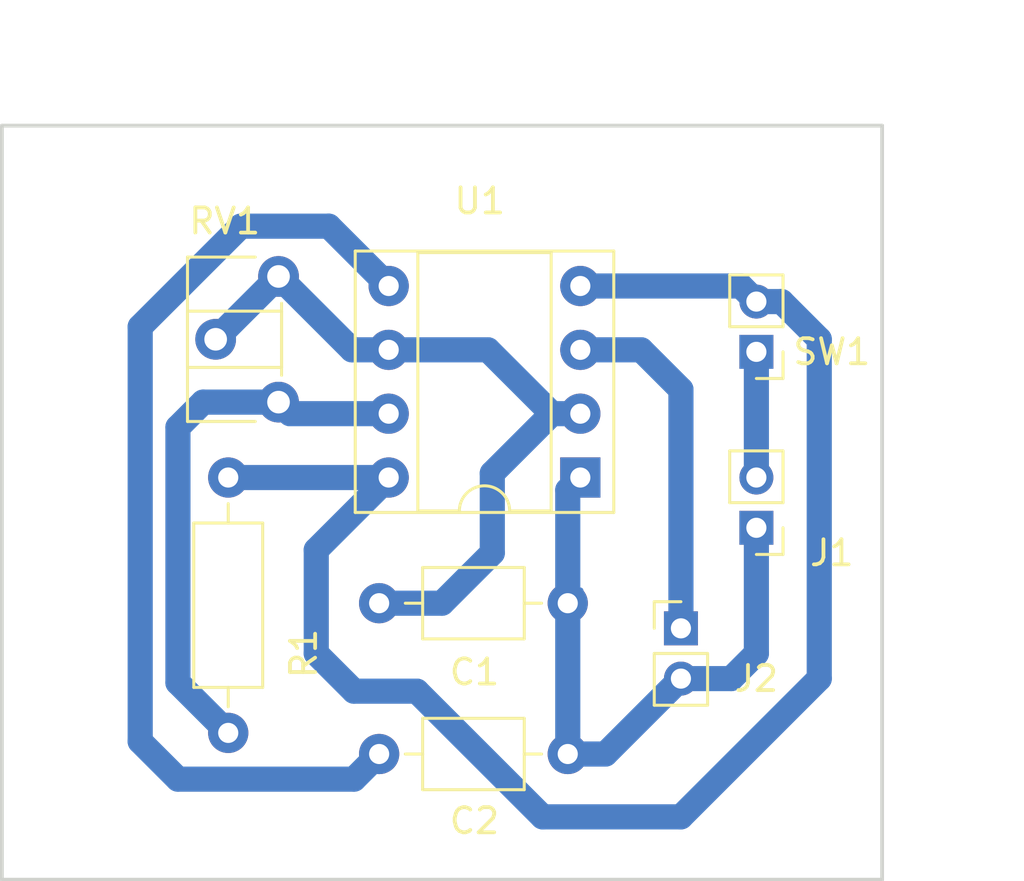
<source format=kicad_pcb>
(kicad_pcb (version 20171130) (host pcbnew "(5.1.10)-1")

  (general
    (thickness 1.6)
    (drawings 6)
    (tracks 49)
    (zones 0)
    (modules 8)
    (nets 8)
  )

  (page A4)
  (title_block
    (title "Inyector de audio")
    (date 2021-06-23)
    (rev 4.0)
    (company "Electronica Reciclada")
  )

  (layers
    (0 F.Cu signal)
    (31 B.Cu signal)
    (32 B.Adhes user hide)
    (33 F.Adhes user hide)
    (34 B.Paste user hide)
    (35 F.Paste user hide)
    (36 B.SilkS user hide)
    (37 F.SilkS user)
    (38 B.Mask user hide)
    (39 F.Mask user hide)
    (40 Dwgs.User user hide)
    (41 Cmts.User user hide)
    (42 Eco1.User user hide)
    (43 Eco2.User user hide)
    (44 Edge.Cuts user)
    (45 Margin user)
    (46 B.CrtYd user hide)
    (47 F.CrtYd user)
    (48 B.Fab user hide)
    (49 F.Fab user hide)
  )

  (setup
    (last_trace_width 1)
    (user_trace_width 0.5)
    (user_trace_width 1)
    (user_trace_width 1.2)
    (user_trace_width 1.5)
    (user_trace_width 2)
    (trace_clearance 0.2)
    (zone_clearance 0.508)
    (zone_45_only no)
    (trace_min 0.2)
    (via_size 0.8)
    (via_drill 0.4)
    (via_min_size 0.4)
    (via_min_drill 0.3)
    (uvia_size 0.3)
    (uvia_drill 0.1)
    (uvias_allowed no)
    (uvia_min_size 0.2)
    (uvia_min_drill 0.1)
    (edge_width 0.15)
    (segment_width 0.2)
    (pcb_text_width 0.3)
    (pcb_text_size 1.5 1.5)
    (mod_edge_width 0.15)
    (mod_text_size 1 1)
    (mod_text_width 0.15)
    (pad_size 1.524 1.524)
    (pad_drill 0.762)
    (pad_to_mask_clearance 0.051)
    (solder_mask_min_width 0.25)
    (aux_axis_origin 0 0)
    (visible_elements 7FFFFFFF)
    (pcbplotparams
      (layerselection 0x3f030_fffffffe)
      (usegerberextensions false)
      (usegerberattributes false)
      (usegerberadvancedattributes false)
      (creategerberjobfile false)
      (excludeedgelayer false)
      (linewidth 0.100000)
      (plotframeref false)
      (viasonmask false)
      (mode 1)
      (useauxorigin false)
      (hpglpennumber 1)
      (hpglpenspeed 20)
      (hpglpendiameter 15.000000)
      (psnegative false)
      (psa4output false)
      (plotreference false)
      (plotvalue false)
      (plotinvisibletext false)
      (padsonsilk true)
      (subtractmaskfromsilk false)
      (outputformat 1)
      (mirror false)
      (drillshape 0)
      (scaleselection 1)
      (outputdirectory ""))
  )

  (net 0 "")
  (net 1 "Net-(C1-Pad1)")
  (net 2 GND)
  (net 3 "Net-(C2-Pad1)")
  (net 4 +9V)
  (net 5 "Net-(J2-Pad1)")
  (net 6 "Net-(R1-Pad2)")
  (net 7 "Net-(J1-Pad2)")

  (net_class Default "Esta es la clase de red por defecto."
    (clearance 0.2)
    (trace_width 0.25)
    (via_dia 0.8)
    (via_drill 0.4)
    (uvia_dia 0.3)
    (uvia_drill 0.1)
    (add_net +9V)
    (add_net GND)
    (add_net "Net-(C1-Pad1)")
    (add_net "Net-(C2-Pad1)")
    (add_net "Net-(J1-Pad2)")
    (add_net "Net-(J2-Pad1)")
    (add_net "Net-(R1-Pad2)")
  )

  (module Package_DIP:DIP-8_W7.62mm_Socket (layer F.Cu) (tedit 5A02E8C5) (tstamp 60D25422)
    (at 108 85 180)
    (descr "8-lead though-hole mounted DIP package, row spacing 7.62 mm (300 mils), Socket")
    (tags "THT DIP DIL PDIP 2.54mm 7.62mm 300mil Socket")
    (path /5F3C1813)
    (fp_text reference U1 (at 4 11 180) (layer F.SilkS)
      (effects (font (size 1 1) (thickness 0.15)))
    )
    (fp_text value NE555 (at 3.81 9.95 180) (layer F.Fab)
      (effects (font (size 1 1) (thickness 0.15)))
    )
    (fp_line (start 1.635 -1.27) (end 6.985 -1.27) (layer F.Fab) (width 0.1))
    (fp_line (start 6.985 -1.27) (end 6.985 8.89) (layer F.Fab) (width 0.1))
    (fp_line (start 6.985 8.89) (end 0.635 8.89) (layer F.Fab) (width 0.1))
    (fp_line (start 0.635 8.89) (end 0.635 -0.27) (layer F.Fab) (width 0.1))
    (fp_line (start 0.635 -0.27) (end 1.635 -1.27) (layer F.Fab) (width 0.1))
    (fp_line (start -1.27 -1.33) (end -1.27 8.95) (layer F.Fab) (width 0.1))
    (fp_line (start -1.27 8.95) (end 8.89 8.95) (layer F.Fab) (width 0.1))
    (fp_line (start 8.89 8.95) (end 8.89 -1.33) (layer F.Fab) (width 0.1))
    (fp_line (start 8.89 -1.33) (end -1.27 -1.33) (layer F.Fab) (width 0.1))
    (fp_line (start 2.81 -1.33) (end 1.16 -1.33) (layer F.SilkS) (width 0.12))
    (fp_line (start 1.16 -1.33) (end 1.16 8.95) (layer F.SilkS) (width 0.12))
    (fp_line (start 1.16 8.95) (end 6.46 8.95) (layer F.SilkS) (width 0.12))
    (fp_line (start 6.46 8.95) (end 6.46 -1.33) (layer F.SilkS) (width 0.12))
    (fp_line (start 6.46 -1.33) (end 4.81 -1.33) (layer F.SilkS) (width 0.12))
    (fp_line (start -1.33 -1.39) (end -1.33 9.01) (layer F.SilkS) (width 0.12))
    (fp_line (start -1.33 9.01) (end 8.95 9.01) (layer F.SilkS) (width 0.12))
    (fp_line (start 8.95 9.01) (end 8.95 -1.39) (layer F.SilkS) (width 0.12))
    (fp_line (start 8.95 -1.39) (end -1.33 -1.39) (layer F.SilkS) (width 0.12))
    (fp_line (start -1.55 -1.6) (end -1.55 9.2) (layer F.CrtYd) (width 0.05))
    (fp_line (start -1.55 9.2) (end 9.15 9.2) (layer F.CrtYd) (width 0.05))
    (fp_line (start 9.15 9.2) (end 9.15 -1.6) (layer F.CrtYd) (width 0.05))
    (fp_line (start 9.15 -1.6) (end -1.55 -1.6) (layer F.CrtYd) (width 0.05))
    (fp_arc (start 3.81 -1.33) (end 2.81 -1.33) (angle -180) (layer F.SilkS) (width 0.12))
    (fp_text user %R (at 3.81 3.81 180) (layer F.Fab)
      (effects (font (size 1 1) (thickness 0.15)))
    )
    (pad 1 thru_hole rect (at 0 0 180) (size 1.6 1.6) (drill 0.8) (layers *.Cu *.Mask)
      (net 2 GND))
    (pad 5 thru_hole oval (at 7.62 7.62 180) (size 1.6 1.6) (drill 0.8) (layers *.Cu *.Mask)
      (net 3 "Net-(C2-Pad1)"))
    (pad 2 thru_hole oval (at 0 2.54 180) (size 1.6 1.6) (drill 0.8) (layers *.Cu *.Mask)
      (net 1 "Net-(C1-Pad1)"))
    (pad 6 thru_hole oval (at 7.62 5.08 180) (size 1.6 1.6) (drill 0.8) (layers *.Cu *.Mask)
      (net 1 "Net-(C1-Pad1)"))
    (pad 3 thru_hole oval (at 0 5.08 180) (size 1.6 1.6) (drill 0.8) (layers *.Cu *.Mask)
      (net 5 "Net-(J2-Pad1)"))
    (pad 7 thru_hole oval (at 7.62 2.54 180) (size 1.6 1.6) (drill 0.8) (layers *.Cu *.Mask)
      (net 6 "Net-(R1-Pad2)"))
    (pad 4 thru_hole oval (at 0 7.62 180) (size 1.6 1.6) (drill 0.8) (layers *.Cu *.Mask)
      (net 4 +9V))
    (pad 8 thru_hole oval (at 7.62 0 180) (size 1.6 1.6) (drill 0.8) (layers *.Cu *.Mask)
      (net 4 +9V))
    (model ${KISYS3DMOD}/Package_DIP.3dshapes/DIP-8_W7.62mm_Socket.wrl
      (at (xyz 0 0 0))
      (scale (xyz 1 1 1))
      (rotate (xyz 0 0 0))
    )
  )

  (module Capacitor_THT:C_Axial_L3.8mm_D2.6mm_P7.50mm_Horizontal (layer F.Cu) (tedit 5AE50EF0) (tstamp 5F48B4CB)
    (at 100 90)
    (descr "C, Axial series, Axial, Horizontal, pin pitch=7.5mm, , length*diameter=3.8*2.6mm^2, http://www.vishay.com/docs/45231/arseries.pdf")
    (tags "C Axial series Axial Horizontal pin pitch 7.5mm  length 3.8mm diameter 2.6mm")
    (path /5F3C19C3)
    (fp_text reference C1 (at 3.79 2.74 180) (layer F.SilkS)
      (effects (font (size 1 1) (thickness 0.15)))
    )
    (fp_text value 10n (at 3.75 2.42 180) (layer F.Fab)
      (effects (font (size 1 1) (thickness 0.15)))
    )
    (fp_line (start 1.85 -1.3) (end 1.85 1.3) (layer F.Fab) (width 0.1))
    (fp_line (start 1.85 1.3) (end 5.65 1.3) (layer F.Fab) (width 0.1))
    (fp_line (start 5.65 1.3) (end 5.65 -1.3) (layer F.Fab) (width 0.1))
    (fp_line (start 5.65 -1.3) (end 1.85 -1.3) (layer F.Fab) (width 0.1))
    (fp_line (start 0 0) (end 1.85 0) (layer F.Fab) (width 0.1))
    (fp_line (start 7.5 0) (end 5.65 0) (layer F.Fab) (width 0.1))
    (fp_line (start 1.73 -1.42) (end 1.73 1.42) (layer F.SilkS) (width 0.12))
    (fp_line (start 1.73 1.42) (end 5.77 1.42) (layer F.SilkS) (width 0.12))
    (fp_line (start 5.77 1.42) (end 5.77 -1.42) (layer F.SilkS) (width 0.12))
    (fp_line (start 5.77 -1.42) (end 1.73 -1.42) (layer F.SilkS) (width 0.12))
    (fp_line (start 1.04 0) (end 1.73 0) (layer F.SilkS) (width 0.12))
    (fp_line (start 6.46 0) (end 5.77 0) (layer F.SilkS) (width 0.12))
    (fp_line (start -1.05 -1.55) (end -1.05 1.55) (layer F.CrtYd) (width 0.05))
    (fp_line (start -1.05 1.55) (end 8.55 1.55) (layer F.CrtYd) (width 0.05))
    (fp_line (start 8.55 1.55) (end 8.55 -1.55) (layer F.CrtYd) (width 0.05))
    (fp_line (start 8.55 -1.55) (end -1.05 -1.55) (layer F.CrtYd) (width 0.05))
    (fp_text user %R (at 3.75 0 270) (layer F.Fab)
      (effects (font (size 0.76 0.76) (thickness 0.114)))
    )
    (pad 1 thru_hole circle (at 0 0) (size 1.6 1.6) (drill 0.8) (layers *.Cu *.Mask)
      (net 1 "Net-(C1-Pad1)"))
    (pad 2 thru_hole oval (at 7.5 0) (size 1.6 1.6) (drill 0.8) (layers *.Cu *.Mask)
      (net 2 GND))
    (model ${KISYS3DMOD}/Capacitor_THT.3dshapes/C_Axial_L3.8mm_D2.6mm_P7.50mm_Horizontal.wrl
      (at (xyz 0 0 0))
      (scale (xyz 1 1 1))
      (rotate (xyz 0 0 0))
    )
  )

  (module Capacitor_THT:C_Axial_L3.8mm_D2.6mm_P7.50mm_Horizontal (layer F.Cu) (tedit 5AE50EF0) (tstamp 5F48B4E2)
    (at 100 96)
    (descr "C, Axial series, Axial, Horizontal, pin pitch=7.5mm, , length*diameter=3.8*2.6mm^2, http://www.vishay.com/docs/45231/arseries.pdf")
    (tags "C Axial series Axial Horizontal pin pitch 7.5mm  length 3.8mm diameter 2.6mm")
    (path /5F3C1A3E)
    (fp_text reference C2 (at 3.79 2.66 180) (layer F.SilkS)
      (effects (font (size 1 1) (thickness 0.15)))
    )
    (fp_text value 10n (at 3.75 2.42 180) (layer F.Fab)
      (effects (font (size 1 1) (thickness 0.15)))
    )
    (fp_line (start 8.55 -1.55) (end -1.05 -1.55) (layer F.CrtYd) (width 0.05))
    (fp_line (start 8.55 1.55) (end 8.55 -1.55) (layer F.CrtYd) (width 0.05))
    (fp_line (start -1.05 1.55) (end 8.55 1.55) (layer F.CrtYd) (width 0.05))
    (fp_line (start -1.05 -1.55) (end -1.05 1.55) (layer F.CrtYd) (width 0.05))
    (fp_line (start 6.46 0) (end 5.77 0) (layer F.SilkS) (width 0.12))
    (fp_line (start 1.04 0) (end 1.73 0) (layer F.SilkS) (width 0.12))
    (fp_line (start 5.77 -1.42) (end 1.73 -1.42) (layer F.SilkS) (width 0.12))
    (fp_line (start 5.77 1.42) (end 5.77 -1.42) (layer F.SilkS) (width 0.12))
    (fp_line (start 1.73 1.42) (end 5.77 1.42) (layer F.SilkS) (width 0.12))
    (fp_line (start 1.73 -1.42) (end 1.73 1.42) (layer F.SilkS) (width 0.12))
    (fp_line (start 7.5 0) (end 5.65 0) (layer F.Fab) (width 0.1))
    (fp_line (start 0 0) (end 1.85 0) (layer F.Fab) (width 0.1))
    (fp_line (start 5.65 -1.3) (end 1.85 -1.3) (layer F.Fab) (width 0.1))
    (fp_line (start 5.65 1.3) (end 5.65 -1.3) (layer F.Fab) (width 0.1))
    (fp_line (start 1.85 1.3) (end 5.65 1.3) (layer F.Fab) (width 0.1))
    (fp_line (start 1.85 -1.3) (end 1.85 1.3) (layer F.Fab) (width 0.1))
    (fp_text user %R (at 3.75 0 180) (layer F.Fab)
      (effects (font (size 0.76 0.76) (thickness 0.114)))
    )
    (pad 2 thru_hole oval (at 7.5 0) (size 1.6 1.6) (drill 0.8) (layers *.Cu *.Mask)
      (net 2 GND))
    (pad 1 thru_hole circle (at 0 0) (size 1.6 1.6) (drill 0.8) (layers *.Cu *.Mask)
      (net 3 "Net-(C2-Pad1)"))
    (model ${KISYS3DMOD}/Capacitor_THT.3dshapes/C_Axial_L3.8mm_D2.6mm_P7.50mm_Horizontal.wrl
      (at (xyz 0 0 0))
      (scale (xyz 1 1 1))
      (rotate (xyz 0 0 0))
    )
  )

  (module Resistor_THT:R_Axial_DIN0207_L6.3mm_D2.5mm_P10.16mm_Horizontal (layer F.Cu) (tedit 5AE5139B) (tstamp 5F48B5C7)
    (at 94 85 270)
    (descr "Resistor, Axial_DIN0207 series, Axial, Horizontal, pin pitch=10.16mm, 0.25W = 1/4W, length*diameter=6.3*2.5mm^2, http://cdn-reichelt.de/documents/datenblatt/B400/1_4W%23YAG.pdf")
    (tags "Resistor Axial_DIN0207 series Axial Horizontal pin pitch 10.16mm 0.25W = 1/4W length 6.3mm diameter 2.5mm")
    (path /5F3C18B4)
    (fp_text reference R1 (at 7 -3 90) (layer F.SilkS)
      (effects (font (size 1 1) (thickness 0.15)))
    )
    (fp_text value 1k (at 5.08 2.37 90) (layer F.Fab)
      (effects (font (size 1 1) (thickness 0.15)))
    )
    (fp_line (start 1.93 -1.25) (end 1.93 1.25) (layer F.Fab) (width 0.1))
    (fp_line (start 1.93 1.25) (end 8.23 1.25) (layer F.Fab) (width 0.1))
    (fp_line (start 8.23 1.25) (end 8.23 -1.25) (layer F.Fab) (width 0.1))
    (fp_line (start 8.23 -1.25) (end 1.93 -1.25) (layer F.Fab) (width 0.1))
    (fp_line (start 0 0) (end 1.93 0) (layer F.Fab) (width 0.1))
    (fp_line (start 10.16 0) (end 8.23 0) (layer F.Fab) (width 0.1))
    (fp_line (start 1.81 -1.37) (end 1.81 1.37) (layer F.SilkS) (width 0.12))
    (fp_line (start 1.81 1.37) (end 8.35 1.37) (layer F.SilkS) (width 0.12))
    (fp_line (start 8.35 1.37) (end 8.35 -1.37) (layer F.SilkS) (width 0.12))
    (fp_line (start 8.35 -1.37) (end 1.81 -1.37) (layer F.SilkS) (width 0.12))
    (fp_line (start 1.04 0) (end 1.81 0) (layer F.SilkS) (width 0.12))
    (fp_line (start 9.12 0) (end 8.35 0) (layer F.SilkS) (width 0.12))
    (fp_line (start -1.05 -1.5) (end -1.05 1.5) (layer F.CrtYd) (width 0.05))
    (fp_line (start -1.05 1.5) (end 11.21 1.5) (layer F.CrtYd) (width 0.05))
    (fp_line (start 11.21 1.5) (end 11.21 -1.5) (layer F.CrtYd) (width 0.05))
    (fp_line (start 11.21 -1.5) (end -1.05 -1.5) (layer F.CrtYd) (width 0.05))
    (fp_text user %R (at 5.08 0 180) (layer F.Fab)
      (effects (font (size 1 1) (thickness 0.15)))
    )
    (pad 1 thru_hole circle (at 0 0 270) (size 1.6 1.6) (drill 0.8) (layers *.Cu *.Mask)
      (net 4 +9V))
    (pad 2 thru_hole oval (at 10.16 0 270) (size 1.6 1.6) (drill 0.8) (layers *.Cu *.Mask)
      (net 6 "Net-(R1-Pad2)"))
    (model ${KISYS3DMOD}/Resistor_THT.3dshapes/R_Axial_DIN0207_L6.3mm_D2.5mm_P10.16mm_Horizontal.wrl
      (at (xyz 0 0 0))
      (scale (xyz 1 1 1))
      (rotate (xyz 0 0 0))
    )
  )

  (module Potentiometer_THT:Potentiometer_ACP_CA6-H2,5_Horizontal (layer F.Cu) (tedit 5A3D4994) (tstamp 5F48B5E3)
    (at 96 82 180)
    (descr "Potentiometer, horizontal, ACP CA6-H2,5, http://www.acptechnologies.com/wp-content/uploads/2017/06/01-ACP-CA6.pdf")
    (tags "Potentiometer horizontal ACP CA6-H2,5")
    (path /5F3C1AFF)
    (fp_text reference RV1 (at 2.14 7.2 180) (layer F.SilkS)
      (effects (font (size 1 1) (thickness 0.15)))
    )
    (fp_text value 100k (at 0 7.06 180) (layer F.Fab)
      (effects (font (size 1 1) (thickness 0.15)))
    )
    (fp_line (start 3.5 -0.65) (end 3.5 5.65) (layer F.Fab) (width 0.1))
    (fp_line (start 3.5 5.65) (end 0 5.65) (layer F.Fab) (width 0.1))
    (fp_line (start 0 5.65) (end 0 -0.65) (layer F.Fab) (width 0.1))
    (fp_line (start 0 -0.65) (end 3.5 -0.65) (layer F.Fab) (width 0.1))
    (fp_line (start 0 1.5) (end 0 3.5) (layer F.Fab) (width 0.1))
    (fp_line (start 0 3.5) (end 3.5 3.5) (layer F.Fab) (width 0.1))
    (fp_line (start 3.5 3.5) (end 3.5 1.5) (layer F.Fab) (width 0.1))
    (fp_line (start 3.5 1.5) (end 0 1.5) (layer F.Fab) (width 0.1))
    (fp_line (start 0.925 -0.77) (end 3.62 -0.77) (layer F.SilkS) (width 0.12))
    (fp_line (start 0.925 5.77) (end 3.62 5.77) (layer F.SilkS) (width 0.12))
    (fp_line (start 3.62 -0.77) (end 3.62 5.77) (layer F.SilkS) (width 0.12))
    (fp_line (start -0.121 1.066) (end -0.121 3.935) (layer F.SilkS) (width 0.12))
    (fp_line (start -0.121 1.38) (end 3.62 1.38) (layer F.SilkS) (width 0.12))
    (fp_line (start -0.121 3.62) (end 3.62 3.62) (layer F.SilkS) (width 0.12))
    (fp_line (start -0.121 1.38) (end -0.121 3.62) (layer F.SilkS) (width 0.12))
    (fp_line (start 3.62 1.38) (end 3.62 3.62) (layer F.SilkS) (width 0.12))
    (fp_line (start -1.1 -1.1) (end -1.1 6.1) (layer F.CrtYd) (width 0.05))
    (fp_line (start -1.1 6.1) (end 3.75 6.1) (layer F.CrtYd) (width 0.05))
    (fp_line (start 3.75 6.1) (end 3.75 -1.1) (layer F.CrtYd) (width 0.05))
    (fp_line (start 3.75 -1.1) (end -1.1 -1.1) (layer F.CrtYd) (width 0.05))
    (fp_text user %R (at 1.75 2.5 180) (layer F.Fab)
      (effects (font (size 0.78 0.78) (thickness 0.15)))
    )
    (pad 3 thru_hole circle (at 0 5 180) (size 1.62 1.62) (drill 0.9) (layers *.Cu *.Mask)
      (net 1 "Net-(C1-Pad1)"))
    (pad 2 thru_hole circle (at 2.5 2.5 180) (size 1.62 1.62) (drill 0.9) (layers *.Cu *.Mask)
      (net 1 "Net-(C1-Pad1)"))
    (pad 1 thru_hole circle (at 0 0 180) (size 1.62 1.62) (drill 0.9) (layers *.Cu *.Mask)
      (net 6 "Net-(R1-Pad2)"))
    (model ${KISYS3DMOD}/Potentiometer_THT.3dshapes/Potentiometer_Bourns_3266W_Vertical.step
      (at (xyz 0 0 0))
      (scale (xyz 1 1 1))
      (rotate (xyz 0 0 -90))
    )
  )

  (module Connector_PinHeader_2.00mm:PinHeader_1x02_P2.00mm_Vertical (layer F.Cu) (tedit 59FED667) (tstamp 60D2464B)
    (at 115 80 180)
    (descr "Through hole straight pin header, 1x02, 2.00mm pitch, single row")
    (tags "Through hole pin header THT 1x02 2.00mm single row")
    (path /60D24622)
    (fp_text reference SW1 (at -3 0) (layer F.SilkS)
      (effects (font (size 1 1) (thickness 0.15)))
    )
    (fp_text value SW_DIP_x01 (at 0 4.06) (layer F.Fab)
      (effects (font (size 1 1) (thickness 0.15)))
    )
    (fp_line (start 1.5 -1.5) (end -1.5 -1.5) (layer F.CrtYd) (width 0.05))
    (fp_line (start 1.5 3.5) (end 1.5 -1.5) (layer F.CrtYd) (width 0.05))
    (fp_line (start -1.5 3.5) (end 1.5 3.5) (layer F.CrtYd) (width 0.05))
    (fp_line (start -1.5 -1.5) (end -1.5 3.5) (layer F.CrtYd) (width 0.05))
    (fp_line (start -1.06 -1.06) (end 0 -1.06) (layer F.SilkS) (width 0.12))
    (fp_line (start -1.06 0) (end -1.06 -1.06) (layer F.SilkS) (width 0.12))
    (fp_line (start -1.06 1) (end 1.06 1) (layer F.SilkS) (width 0.12))
    (fp_line (start 1.06 1) (end 1.06 3.06) (layer F.SilkS) (width 0.12))
    (fp_line (start -1.06 1) (end -1.06 3.06) (layer F.SilkS) (width 0.12))
    (fp_line (start -1.06 3.06) (end 1.06 3.06) (layer F.SilkS) (width 0.12))
    (fp_line (start -1 -0.5) (end -0.5 -1) (layer F.Fab) (width 0.1))
    (fp_line (start -1 3) (end -1 -0.5) (layer F.Fab) (width 0.1))
    (fp_line (start 1 3) (end -1 3) (layer F.Fab) (width 0.1))
    (fp_line (start 1 -1) (end 1 3) (layer F.Fab) (width 0.1))
    (fp_line (start -0.5 -1) (end 1 -1) (layer F.Fab) (width 0.1))
    (fp_text user %R (at 0 1 90) (layer F.Fab)
      (effects (font (size 1 1) (thickness 0.15)))
    )
    (pad 1 thru_hole rect (at 0 0 180) (size 1.35 1.35) (drill 0.8) (layers *.Cu *.Mask)
      (net 7 "Net-(J1-Pad2)"))
    (pad 2 thru_hole oval (at 0 2 180) (size 1.35 1.35) (drill 0.8) (layers *.Cu *.Mask)
      (net 4 +9V))
    (model ${KISYS3DMOD}/Connector_PinHeader_2.00mm.3dshapes/PinHeader_1x02_P2.00mm_Vertical.wrl
      (at (xyz 0 0 0))
      (scale (xyz 1 1 1))
      (rotate (xyz 0 0 0))
    )
  )

  (module Connector_PinHeader_2.00mm:PinHeader_1x02_P2.00mm_Vertical (layer F.Cu) (tedit 59FED667) (tstamp 60D24D4F)
    (at 115 87 180)
    (descr "Through hole straight pin header, 1x02, 2.00mm pitch, single row")
    (tags "Through hole pin header THT 1x02 2.00mm single row")
    (path /5F3C7084)
    (fp_text reference J1 (at -3 -1) (layer F.SilkS)
      (effects (font (size 1 1) (thickness 0.15)))
    )
    (fp_text value Ent (at 0 4.06) (layer F.Fab)
      (effects (font (size 1 1) (thickness 0.15)))
    )
    (fp_line (start -0.5 -1) (end 1 -1) (layer F.Fab) (width 0.1))
    (fp_line (start 1 -1) (end 1 3) (layer F.Fab) (width 0.1))
    (fp_line (start 1 3) (end -1 3) (layer F.Fab) (width 0.1))
    (fp_line (start -1 3) (end -1 -0.5) (layer F.Fab) (width 0.1))
    (fp_line (start -1 -0.5) (end -0.5 -1) (layer F.Fab) (width 0.1))
    (fp_line (start -1.06 3.06) (end 1.06 3.06) (layer F.SilkS) (width 0.12))
    (fp_line (start -1.06 1) (end -1.06 3.06) (layer F.SilkS) (width 0.12))
    (fp_line (start 1.06 1) (end 1.06 3.06) (layer F.SilkS) (width 0.12))
    (fp_line (start -1.06 1) (end 1.06 1) (layer F.SilkS) (width 0.12))
    (fp_line (start -1.06 0) (end -1.06 -1.06) (layer F.SilkS) (width 0.12))
    (fp_line (start -1.06 -1.06) (end 0 -1.06) (layer F.SilkS) (width 0.12))
    (fp_line (start -1.5 -1.5) (end -1.5 3.5) (layer F.CrtYd) (width 0.05))
    (fp_line (start -1.5 3.5) (end 1.5 3.5) (layer F.CrtYd) (width 0.05))
    (fp_line (start 1.5 3.5) (end 1.5 -1.5) (layer F.CrtYd) (width 0.05))
    (fp_line (start 1.5 -1.5) (end -1.5 -1.5) (layer F.CrtYd) (width 0.05))
    (fp_text user %R (at 0 1 90) (layer F.Fab)
      (effects (font (size 1 1) (thickness 0.15)))
    )
    (pad 2 thru_hole oval (at 0 2 180) (size 1.35 1.35) (drill 0.8) (layers *.Cu *.Mask)
      (net 7 "Net-(J1-Pad2)"))
    (pad 1 thru_hole rect (at 0 0 180) (size 1.35 1.35) (drill 0.8) (layers *.Cu *.Mask)
      (net 2 GND))
    (model ${KISYS3DMOD}/Connector_PinHeader_2.00mm.3dshapes/PinHeader_1x02_P2.00mm_Vertical.wrl
      (at (xyz 0 0 0))
      (scale (xyz 1 1 1))
      (rotate (xyz 0 0 0))
    )
  )

  (module Connector_PinHeader_2.00mm:PinHeader_1x02_P2.00mm_Vertical (layer F.Cu) (tedit 59FED667) (tstamp 60D24FC0)
    (at 112 91)
    (descr "Through hole straight pin header, 1x02, 2.00mm pitch, single row")
    (tags "Through hole pin header THT 1x02 2.00mm single row")
    (path /5F3C26A1)
    (fp_text reference J2 (at 3 2) (layer F.SilkS)
      (effects (font (size 1 1) (thickness 0.15)))
    )
    (fp_text value Sal (at 0 4.06) (layer F.Fab)
      (effects (font (size 1 1) (thickness 0.15)))
    )
    (fp_line (start 1.5 -1.5) (end -1.5 -1.5) (layer F.CrtYd) (width 0.05))
    (fp_line (start 1.5 3.5) (end 1.5 -1.5) (layer F.CrtYd) (width 0.05))
    (fp_line (start -1.5 3.5) (end 1.5 3.5) (layer F.CrtYd) (width 0.05))
    (fp_line (start -1.5 -1.5) (end -1.5 3.5) (layer F.CrtYd) (width 0.05))
    (fp_line (start -1.06 -1.06) (end 0 -1.06) (layer F.SilkS) (width 0.12))
    (fp_line (start -1.06 0) (end -1.06 -1.06) (layer F.SilkS) (width 0.12))
    (fp_line (start -1.06 1) (end 1.06 1) (layer F.SilkS) (width 0.12))
    (fp_line (start 1.06 1) (end 1.06 3.06) (layer F.SilkS) (width 0.12))
    (fp_line (start -1.06 1) (end -1.06 3.06) (layer F.SilkS) (width 0.12))
    (fp_line (start -1.06 3.06) (end 1.06 3.06) (layer F.SilkS) (width 0.12))
    (fp_line (start -1 -0.5) (end -0.5 -1) (layer F.Fab) (width 0.1))
    (fp_line (start -1 3) (end -1 -0.5) (layer F.Fab) (width 0.1))
    (fp_line (start 1 3) (end -1 3) (layer F.Fab) (width 0.1))
    (fp_line (start 1 -1) (end 1 3) (layer F.Fab) (width 0.1))
    (fp_line (start -0.5 -1) (end 1 -1) (layer F.Fab) (width 0.1))
    (fp_text user %R (at 0 1 90) (layer F.Fab)
      (effects (font (size 1 1) (thickness 0.15)))
    )
    (pad 1 thru_hole rect (at 0 0) (size 1.35 1.35) (drill 0.8) (layers *.Cu *.Mask)
      (net 5 "Net-(J2-Pad1)"))
    (pad 2 thru_hole oval (at 0 2) (size 1.35 1.35) (drill 0.8) (layers *.Cu *.Mask)
      (net 2 GND))
    (model ${KISYS3DMOD}/Connector_PinHeader_2.00mm.3dshapes/PinHeader_1x02_P2.00mm_Vertical.wrl
      (at (xyz 0 0 0))
      (scale (xyz 1 1 1))
      (rotate (xyz 0 0 0))
    )
  )

  (gr_line (start 85 71) (end 120 71) (layer Edge.Cuts) (width 0.15) (tstamp 60D2583F))
  (gr_line (start 85 101) (end 85 71) (layer Edge.Cuts) (width 0.15))
  (gr_line (start 120 101) (end 85 101) (layer Edge.Cuts) (width 0.15))
  (gr_line (start 120 71) (end 120 101) (layer Edge.Cuts) (width 0.15))
  (dimension 30 (width 0.15) (layer Margin)
    (gr_text "30,000 mm" (at 124.3 86 270) (layer Margin)
      (effects (font (size 1 1) (thickness 0.15)))
    )
    (feature1 (pts (xy 120 101) (xy 123.586421 101)))
    (feature2 (pts (xy 120 71) (xy 123.586421 71)))
    (crossbar (pts (xy 123 71) (xy 123 101)))
    (arrow1a (pts (xy 123 101) (xy 122.413579 99.873496)))
    (arrow1b (pts (xy 123 101) (xy 123.586421 99.873496)))
    (arrow2a (pts (xy 123 71) (xy 122.413579 72.126504)))
    (arrow2b (pts (xy 123 71) (xy 123.586421 72.126504)))
  )
  (dimension 35 (width 0.15) (layer Margin)
    (gr_text "35,000 mm" (at 102.5 66.7) (layer Margin)
      (effects (font (size 1 1) (thickness 0.15)))
    )
    (feature1 (pts (xy 120 71) (xy 120 67.413579)))
    (feature2 (pts (xy 85 71) (xy 85 67.413579)))
    (crossbar (pts (xy 85 68) (xy 120 68)))
    (arrow1a (pts (xy 120 68) (xy 118.873496 68.586421)))
    (arrow1b (pts (xy 120 68) (xy 118.873496 67.413579)))
    (arrow2a (pts (xy 85 68) (xy 86.126504 68.586421)))
    (arrow2b (pts (xy 85 68) (xy 86.126504 67.413579)))
  )

  (segment (start 104.5 84.82863) (end 106.86863 82.46) (width 1) (layer B.Cu) (net 1))
  (segment (start 106.86863 82.46) (end 108 82.46) (width 1) (layer B.Cu) (net 1))
  (segment (start 104.5 88) (end 104.5 84.82863) (width 1) (layer B.Cu) (net 1))
  (segment (start 102.5 90) (end 104.5 88) (width 1) (layer B.Cu) (net 1))
  (segment (start 100 90) (end 102.5 90) (width 1) (layer B.Cu) (net 1))
  (segment (start 104.32863 79.92) (end 106.86863 82.46) (width 1) (layer B.Cu) (net 1))
  (segment (start 100.38 79.92) (end 104.32863 79.92) (width 1) (layer B.Cu) (net 1))
  (segment (start 98.92 79.92) (end 96 77) (width 1) (layer B.Cu) (net 1))
  (segment (start 100.38 79.92) (end 98.92 79.92) (width 1) (layer B.Cu) (net 1))
  (segment (start 93.5 79.5) (end 96 77) (width 1) (layer B.Cu) (net 1))
  (segment (start 108 89.5) (end 107.5 90) (width 0.25) (layer B.Cu) (net 2))
  (segment (start 107.5 90) (end 107.5 96) (width 1) (layer B.Cu) (net 2))
  (segment (start 107.5 85.5) (end 108 85) (width 1) (layer B.Cu) (net 2))
  (segment (start 107.5 90) (end 107.5 85.5) (width 1) (layer B.Cu) (net 2))
  (segment (start 109 96) (end 112 93) (width 1) (layer B.Cu) (net 2))
  (segment (start 107.5 96) (end 109 96) (width 1) (layer B.Cu) (net 2))
  (segment (start 115 92) (end 115 87) (width 1) (layer B.Cu) (net 2))
  (segment (start 114 93) (end 115 92) (width 1) (layer B.Cu) (net 2))
  (segment (start 112 93) (end 114 93) (width 1) (layer B.Cu) (net 2))
  (segment (start 100.38 77.38) (end 98 75) (width 1) (layer B.Cu) (net 3))
  (segment (start 98 75) (end 94.5 75) (width 1) (layer B.Cu) (net 3))
  (segment (start 94.5 75) (end 90.5 79) (width 1) (layer B.Cu) (net 3))
  (segment (start 90.5 79) (end 90.5 95.5) (width 1) (layer B.Cu) (net 3))
  (segment (start 90.5 95.5) (end 92 97) (width 1) (layer B.Cu) (net 3))
  (segment (start 99 97) (end 100 96) (width 1) (layer B.Cu) (net 3))
  (segment (start 92 97) (end 99 97) (width 1) (layer B.Cu) (net 3))
  (segment (start 94 85) (end 100.38 85) (width 1) (layer B.Cu) (net 4))
  (segment (start 114.38 77.38) (end 115 78) (width 1) (layer B.Cu) (net 4))
  (segment (start 108 77.38) (end 114.38 77.38) (width 1) (layer B.Cu) (net 4))
  (segment (start 100.38 85) (end 97.5 87.88) (width 1) (layer B.Cu) (net 4))
  (segment (start 97.5 87.88) (end 97.5 92) (width 1) (layer B.Cu) (net 4))
  (segment (start 97.5 92) (end 99 93.5) (width 1) (layer B.Cu) (net 4))
  (segment (start 99 93.5) (end 101.5 93.5) (width 1) (layer B.Cu) (net 4))
  (segment (start 101.5 93.5) (end 106.5 98.5) (width 1) (layer B.Cu) (net 4))
  (segment (start 106.5 98.5) (end 112 98.5) (width 1) (layer B.Cu) (net 4))
  (segment (start 112 98.5) (end 117.5 93) (width 1) (layer B.Cu) (net 4))
  (segment (start 117.5 93) (end 117.5 79.5) (width 1) (layer B.Cu) (net 4))
  (segment (start 116 78) (end 115 78) (width 1) (layer B.Cu) (net 4))
  (segment (start 117.5 79.5) (end 116 78) (width 1) (layer B.Cu) (net 4))
  (segment (start 108 79.92) (end 110.42 79.92) (width 1) (layer B.Cu) (net 5))
  (segment (start 112 81.5) (end 112 91) (width 1) (layer B.Cu) (net 5))
  (segment (start 110.42 79.92) (end 112 81.5) (width 1) (layer B.Cu) (net 5))
  (segment (start 96.46 82.46) (end 96 82) (width 1) (layer B.Cu) (net 6))
  (segment (start 100.38 82.46) (end 96.46 82.46) (width 1) (layer B.Cu) (net 6))
  (segment (start 96 82) (end 93 82) (width 1) (layer B.Cu) (net 6))
  (segment (start 93 82) (end 92 83) (width 1) (layer B.Cu) (net 6))
  (segment (start 92 93.16) (end 94 95.16) (width 1) (layer B.Cu) (net 6))
  (segment (start 92 83) (end 92 93.16) (width 1) (layer B.Cu) (net 6))
  (segment (start 115 85) (end 115 80) (width 1) (layer B.Cu) (net 7))

)

</source>
